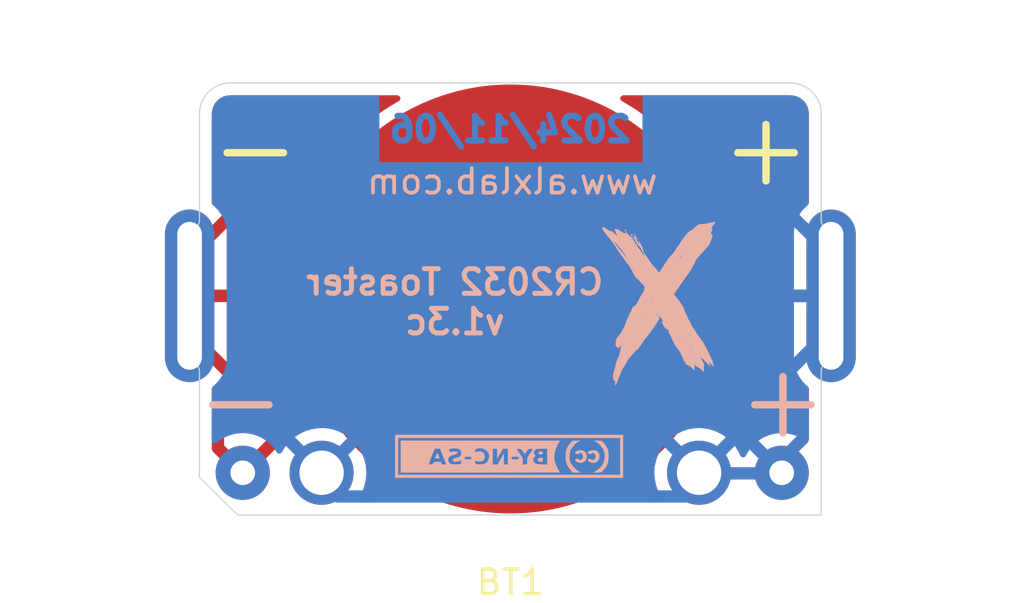
<source format=kicad_pcb>
(kicad_pcb (version 20240108) (generator "pcbnew") (generator_version "8.0")
  (layers (0 "F.Cu" signal) (31 "B.Cu" signal) (34 "B.Paste" user) (35 "F.Paste" user) (36 "B.SilkS" user "B.Silkscreen") (37 "F.SilkS" user "F.Silkscreen") (38 "B.Mask" user) (39 "F.Mask" user) (44 "Edge.Cuts" user))
  (net 0 "")
  (net 1 "Net-(BT1-+)")
  (net 2 "Net-(BT1--)")
  (footprint "CR2032 Toaster:logo_7_back" (layer "F.Cu") (at 114 106.25)
    (property "Reference" "G***" (hide yes))
    (property "Value" "LOGO" (hide yes))
  )
  (footprint "CR2032 Toaster:6mm PTS" (layer "F.Cu") (at 95 107)
    (property "Reference" "J2" (hide yes))
    (property "Value" "Conn_01x01")
    (pad "1" thru_hole oval (at 0 0) (size 2 7) (drill oval 1 6) (layers "*.Cu" "*.Mask") (net 2 "Net-(BT1--)"))
  )
  (footprint "CR2032 Toaster:6mm PTS" (layer "F.Cu") (at 121 107)
    (property "Reference" "J1" (hide yes))
    (property "Value" "Conn_01x01")
    (pad "1" thru_hole oval (at 0 0) (size 2 7) (drill oval 1 6) (layers "*.Cu" "*.Mask") (net 1 "Net-(BT1-+)"))
  )
  (footprint "CR2032 Toaster:MountingHole_1.0mm_Pad" (layer "F.Cu") (at 118.999 114.178)
    (property "Reference" "REF**" (hide yes))
    (property "Value" "MountingHole_1.0mm_Pad")
    (pad "1" thru_hole circle (at 0 0) (size 2.2 2.2) (drill 1) (layers "*.Cu" "*.Mask") (net 1 "Net-(BT1-+)"))
  )
  (footprint "CR2032 Toaster:MountingHole_1.0mm_Pad" (layer "F.Cu") (at 97.155 114.178)
    (property "Reference" "REF**" (hide yes))
    (property "Value" "MountingHole_1.0mm_Pad")
    (pad "1" thru_hole circle (at 0 0) (size 2.2 2.2) (drill 1) (layers "*.Cu" "*.Mask") (net 2 "Net-(BT1--)"))
  )
  (footprint "CR2032 Toaster:BatteryHolder_Reekart_RK-2014_1x2032" (layer "F.Cu") (at 108 107.127)
    (property "Reference" "BT1" (at 0 11.5 0) (layer "F.SilkS"))
    (property "Value" "Battery_Cell" (hide yes))
    (pad "1" thru_hole circle (at -7.65 7.05) (size 2.6 2.6) (drill 1.8) (layers "*.Cu" "*.Mask") (net 1 "Net-(BT1-+)"))
    (pad "1" thru_hole circle (at 7.65 7.05) (size 2.6 2.6) (drill 1.8) (layers "*.Cu" "*.Mask") (net 1 "Net-(BT1-+)"))
    (pad "2" smd circle (at 0 0) (size 17.4 17.4) (layers "F.Cu" "F.Paste" "F.Mask") (net 2 "Net-(BT1--)"))
  )
  (footprint "CR2032 Toaster:cc_by_nc_sa_small_9mm_front_silk_screen" (layer "B.Cu") (at 107.95 113.5 180)
    (property "Reference" "G***" (hide yes))
    (property "Value" "LOGO" (hide yes))
  )
  (gr_line (start 121 109) (end 121 105) (stroke (width 0.05)) (layer "Edge.Cuts"))
  (gr_line (start 96.951 115.89) (end 120.6 115.89) (stroke (width 0.05)) (layer "Edge.Cuts"))
  (gr_line (start 95.4 104) (end 95 105) (stroke (width 0.05)) (layer "Edge.Cuts"))
  (gr_arc (start 95.4 99.614) (mid 95.766117 98.730117) (end 96.65 98.364) (stroke (width 0.05)) (layer "Edge.Cuts"))
  (gr_line (start 95.4 99.614) (end 95.4 104) (stroke (width 0.05)) (layer "Edge.Cuts"))
  (gr_line (start 120.6 104) (end 120.6 99.614) (stroke (width 0.05)) (layer "Edge.Cuts"))
  (gr_line (start 121 105) (end 120.6 104) (stroke (width 0.05)) (layer "Edge.Cuts"))
  (gr_line (start 119.35 98.364) (end 96.65 98.364) (stroke (width 0.05)) (layer "Edge.Cuts"))
  (gr_line (start 95.4 114.366) (end 96.951 115.89) (stroke (width 0.05)) (layer "Edge.Cuts"))
  (gr_line (start 95 109) (end 95.4 110) (stroke (width 0.05)) (layer "Edge.Cuts"))
  (gr_line (start 95 105) (end 95 109) (stroke (width 0.05)) (layer "Edge.Cuts"))
  (gr_line (start 120.6 110) (end 121 109) (stroke (width 0.05)) (layer "Edge.Cuts"))
  (gr_line (start 120.6 115.89) (end 120.6 110) (stroke (width 0.05)) (layer "Edge.Cuts"))
  (gr_line (start 95.4 110) (end 95.4 114.366) (stroke (width 0.05)) (layer "Edge.Cuts"))
  (gr_arc (start 119.35 98.364) (mid 120.233883 98.730117) (end 120.6 99.614) (stroke (width 0.05)) (layer "Edge.Cuts"))
  (gr_text "2024/11/06" (at 108 100.25 0) (layer "B.Cu") (effects (font (size 1 1) (thickness 0.25)) (justify mirror)))
  (gr_text "-" (at 97.078 111.191 0) (layer "B.SilkS") (effects (font (size 3 3) (thickness 0.3)) (justify mirror)))
  (gr_text "www.alxlab.com" (at 108.077 102.362 0) (layer "B.SilkS") (effects (font (size 1 1)) (justify mirror)))
  (gr_text "CR2032 Toaster\nv1.3c" (at 105.75 107.25 0) (layer "B.SilkS") (effects (font (size 1 1) (thickness 0.2)) (justify mirror)))
  (gr_text "+" (at 119.049 111.191 0) (layer "B.SilkS") (effects (font (size 3 3) (thickness 0.3)) (justify mirror)))
  (gr_text "-" (at 97.663 100.965 0) (layer "F.SilkS") (effects (font (size 3 3) (thickness 0.3))))
  (gr_text "+" (at 118.364 100.965 0) (layer "F.SilkS") (effects (font (size 3 3) (thickness 0.3))))
  (segment (start 115.65 114.177) (end 115.65 114.59) (width 0.5) (layer "B.Cu") (net 1))
  (segment (start 100.35 114.177) (end 100.35 114.463) (width 0.5) (layer "B.Cu") (net 1))
  (segment (start 100.35 114.463) (end 101.027 115.14) (width 0.5) (layer "B.Cu") (net 1))
  (segment (start 118.6 107) (end 120.55 107) (width 0.5) (layer "B.Cu") (net 1))
  (segment (start 115.1 115.14) (end 113.715 115.14) (width 0.5) (layer "B.Cu") (net 1))
  (segment (start 115.674 114.201) (end 115.65 114.177) (width 0.5) (layer "B.Cu") (net 1))
  (segment (start 119.85 111.65) (end 119.85 112.803) (width 0.5) (layer "B.Cu") (net 1))
  (segment (start 119.85 112.803) (end 118.452 114.201) (width 0.5) (layer "B.Cu") (net 1))
  (segment (start 115.65 114.177) (end 115.651 114.178) (width 0.5) (layer "B.Cu") (net 1))
  (segment (start 120.94143 105.290658) (end 119.16743 103.516658) (width 0.5) (layer "B.Cu") (net 1))
  (segment (start 101.027 115.14) (end 102.412 115.14) (width 0.5) (layer "B.Cu") (net 1))
  (segment (start 115.65 114.59) (end 115.1 115.14) (width 0.5) (layer "B.Cu") (net 1))
  (segment (start 120.94143 108.40957) (end 118.93457 110.41643) (width 0.5) (layer "B.Cu") (net 1))
  (segment (start 118.452 114.201) (end 115.674 114.201) (width 0.5) (layer "B.Cu") (net 1))
  (segment (start 96.15 113.173) (end 96.15 112.53) (width 0.5) (layer "F.Cu") (net 2))
  (segment (start 95 107) (end 95 105.406) (width 0.5) (layer "F.Cu") (net 2))
  (segment (start 108 107.127) (end 98.094 107.127) (width 0.5) (layer "F.Cu") (net 2))
  (segment (start 95 108.524912) (end 97.00686 110.531772) (width 0.5) (layer "F.Cu") (net 2))
  (segment (start 108 107.127) (end 117.652 107.127) (width 0.5) (layer "F.Cu") (net 2))
  (segment (start 97.155 114.178) (end 96.15 113.173) (width 0.5) (layer "F.Cu") (net 2))
  (segment (start 95 107) (end 95 108.524912) (width 0.5) (layer "F.Cu") (net 2))
  (segment (start 108 101) (end 101 108) (width 0.25) (layer "F.Cu") (net 2))
  (segment (start 95 105.406) (end 96.774 103.632) (width 0.5) (layer "F.Cu") (net 2))
  (segment (start 101 108) (end 100 107) (width 0.25) (layer "F.Cu") (net 2))
  (zone (net 2) (net_name "Net-(BT1--)") (layer "F.Cu") (connect_pads (clearance 0.508)) (min_thickness 0.254) (fill yes (thermal_gap 0.508) (thermal_bridge_width 0.508))
    (polygon (pts (xy 125 118) (xy 91 118) (xy 91 95) (xy 125 95)))
  )
  (zone (net 1) (net_name "Net-(BT1-+)") (layer "B.Cu") (connect_pads (clearance 0.508)) (min_thickness 0.254) (fill yes (thermal_gap 0.508) (thermal_bridge_width 0.508))
    (polygon (pts (xy 125 118) (xy 91 118) (xy 91 95) (xy 125 95)))
  )
)
</source>
